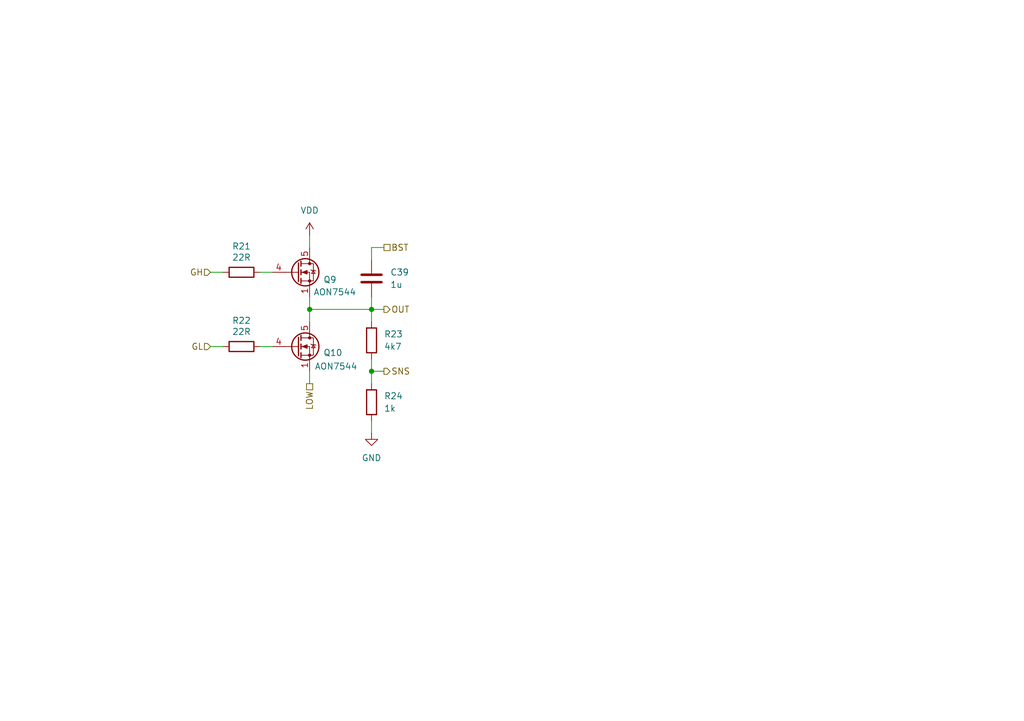
<source format=kicad_sch>
(kicad_sch (version 20231120) (generator "eeschema") (generator_version "8.0")
  (paper "A5")
  (lib_symbols
    (symbol "Device:C" (pin_numbers hide) (pin_names (offset 0.254))
      (property "Reference" "C" (at 0.635 2.54 0))
      (property "Value" "C" (at 0.635 -2.54 0))
      (symbol "C_0_1"
        (polyline (pts (xy -2.032 -0.762) (xy 2.032 -0.762)) (stroke (width 0.508)))
        (polyline (pts (xy -2.032 0.762) (xy 2.032 0.762)) (stroke (width 0.508)))
      )
      (symbol "C_1_1"
        (pin passive line (at 0 3.81 270) (length 2.794) (name "~") (number "1"))
        (pin passive line (at 0 -3.81 90) (length 2.794) (name "~") (number "2"))
      )
    )
    (symbol "Device:R" (pin_numbers hide) (pin_names (offset 0))
      (property "Reference" "R" (at 2.032 0 90))
      (property "Value" "R" (at 0 0 90))
      (symbol "R_0_1"
        (rectangle (start -1.016 -2.54) (end 1.016 2.54) (stroke (width 0.254)))
      )
      (symbol "R_1_1"
        (pin passive line (at 0 3.81 270) (length 1.27) (name "~") (number "1"))
        (pin passive line (at 0 -3.81 90) (length 1.27) (name "~") (number "2"))
      )
    )
    (symbol "User_Symbols:AON7544" (pin_names hide)
      (property "Reference" "Q" (at -4.572 4.064 0))
      (property "Value" "AON7544" (at -7.112 -4.064 0))
      (symbol "AON7544_0_1"
        (circle (center -0.889 0) (radius 2.794) (stroke (width 0.254)))
        (circle (center 0 -1.778) (radius 0.254) (fill (type outline)))
        (polyline (pts (xy -2.286 0) (xy -5.08 0)))
        (polyline (pts (xy -2.286 1.905) (xy -2.286 -1.905)) (stroke (width 0.254)))
        (polyline (pts (xy -1.778 -1.27) (xy -1.778 -2.286)) (stroke (width 0.254)))
        (polyline (pts (xy -1.778 0.508) (xy -1.778 -0.508)) (stroke (width 0.254)))
        (polyline (pts (xy -1.778 2.286) (xy -1.778 1.27)) (stroke (width 0.254)))
        (polyline (pts (xy 0 2.54) (xy 0 1.778)))
        (polyline (pts (xy 0 -2.54) (xy 0 0) (xy -1.778 0)))
        (polyline (pts (xy -1.778 -1.778) (xy 0.762 -1.778) (xy 0.762 1.778) (xy -1.778 1.778)))
        (polyline (pts (xy -1.524 0) (xy -0.508 0.381) (xy -0.508 -0.381) (xy -1.524 0)) (fill (type outline)))
        (polyline (pts (xy 0.254 0.508) (xy 0.381 0.381) (xy 1.143 0.381) (xy 1.27 0.254)))
        (polyline (pts (xy 0.762 0.381) (xy 0.381 -0.254) (xy 1.143 -0.254) (xy 0.762 0.381)))
        (circle (center 0 1.778) (radius 0.254) (fill (type outline)))
      )
      (symbol "AON7544_1_1"
        (pin passive line (at 0 -5.08 90) (length 2.54) (name "S") (number "1"))
        (pin passive line (at 0 -5.08 90) (length 2.54) hide (name "S") (number "2"))
        (pin passive line (at 0 -5.08 90) (length 2.54) hide (name "S") (number "3"))
        (pin input line (at -7.62 0 0) (length 2.54) (name "G") (number "4"))
        (pin passive line (at 0 5.08 270) (length 2.54) (name "D") (number "5"))
        (pin passive line (at 0 5.08 270) (length 2.54) hide (name "D") (number "6"))
        (pin passive line (at 0 5.08 270) (length 2.54) hide (name "D") (number "7"))
        (pin passive line (at 0 5.08 270) (length 2.54) hide (name "D") (number "8"))
      )
    )
    (symbol "power:GND" (power) (pin_numbers hide) (pin_names (offset 0) hide)
      (property "Value" "GND" (at 0 -3.81 0))
      (symbol "GND_0_1"
        (polyline (pts (xy 0 0) (xy 0 -1.27) (xy 1.27 -1.27) (xy 0 -2.54) (xy -1.27 -1.27) (xy 0 -1.27)))
      )
      (symbol "GND_1_1"
        (pin power_in line (at 0 0 270) (length 0) (name "~") (number "1"))
      )
    )
    (symbol "power:VDD" (power) (pin_numbers hide) (pin_names (offset 0) hide)
      (property "Value" "VDD" (at 0 3.556 0))
      (symbol "VDD_0_1"
        (polyline (pts (xy -0.762 1.27) (xy 0 2.54)))
        (polyline (pts (xy 0 0) (xy 0 2.54)))
        (polyline (pts (xy 0 2.54) (xy 0.762 1.27)))
      )
      (symbol "VDD_1_1"
        (pin power_in line (at 0 0 90) (length 0) (name "~") (number "1"))
      )
    )
  )
  (junction (at 63.5 63.5))
  (junction (at 76.2 63.5))
  (junction (at 76.2 76.2))
  (wire (pts (xy 76.2 63.5) (xy 78.74 63.5)))
  (wire (pts (xy 76.2 76.2) (xy 76.2 78.74)))
  (wire (pts (xy 63.5 76.2) (xy 63.5 78.74)))
  (wire (pts (xy 76.2 76.2) (xy 78.74 76.2)))
  (wire (pts (xy 53.34 71.12) (xy 55.88 71.12)))
  (wire (pts (xy 76.2 86.36) (xy 76.2 88.9)))
  (wire (pts (xy 63.5 48.26) (xy 63.5 50.8)))
  (wire (pts (xy 53.34 55.88) (xy 55.88 55.88)))
  (wire (pts (xy 43.18 71.12) (xy 45.72 71.12)))
  (wire (pts (xy 76.2 60.96) (xy 76.2 63.5)))
  (wire (pts (xy 76.2 73.66) (xy 76.2 76.2)))
  (wire (pts (xy 63.5 60.96) (xy 63.5 63.5)))
  (wire (pts (xy 63.5 63.5) (xy 63.5 66.04)))
  (wire (pts (xy 43.18 55.88) (xy 45.72 55.88)))
  (wire (pts (xy 63.5 63.5) (xy 76.2 63.5)))
  (wire (pts (xy 76.2 63.5) (xy 76.2 66.04)))
  (wire (pts (xy 76.2 50.8) (xy 76.2 53.34)))
  (wire (pts (xy 78.74 50.8) (xy 76.2 50.8)))
  (hierarchical_label "GL" (shape input) (at 43.18 71.12 180))
  (hierarchical_label "GH" (shape input) (at 43.18 55.88 180))
  (hierarchical_label "SNS" (shape output) (at 78.74 76.2 0))
  (hierarchical_label "LOW" (shape passive) (at 63.5 78.74 270))
  (hierarchical_label "OUT" (shape output) (at 78.74 63.5 0))
  (hierarchical_label "BST" (shape passive) (at 78.74 50.8 0))
  (symbol (lib_id "power:VDD") (at 63.5 48.26 0) (unit 1)
    (property "Reference" "#PWR057" (effects (hide yes)))
    (property "Value" "VDD" (at 63.5 43.18 0))
    (property "Description" "Power symbol creates a global label with name \"VDD\"" (effects (hide yes)))
    (instances (project "combat-control" (path "" (reference "#PWR057") (unit 1)) (path "" (reference "#PWR044") (unit 1)) (path "" (reference "#PWR059") (unit 1)) (path "" (reference "#PWR031") (unit 1)) (path "" (reference "#PWR042") (unit 1)) (path "" (reference "#PWR055") (unit 1))))
  )
  (symbol (lib_id "Device:C") (at 76.2 57.15 0) (unit 1)
    (property "Reference" "C31" (at 80.01 55.8799 0) (effects (justify left)))
    (property "Value" "1u" (at 80.01 58.4199 0) (effects (justify left)))
    (property "Footprint" "Capacitor_SMD:C_0402_1005Metric" (effects (hide yes)))
    (property "Description" "Unpolarized capacitor" (effects (hide yes)))
    (property "LCSC" "C52923" (effects (hide yes)))
    (instances (project "combat-control" (path "" (reference "C39") (unit 1)) (path "" (reference "C31") (unit 1)) (path "" (reference "C40") (unit 1)) (path "" (reference "C23") (unit 1)) (path "" (reference "C30") (unit 1)) (path "" (reference "C38") (unit 1))))
  )
  (symbol (lib_id "power:GND") (at 76.2 88.9 0) (unit 1)
    (property "Reference" "#PWR058" (effects (hide yes)))
    (property "Value" "GND" (at 76.2 93.98 0))
    (property "Description" "Power symbol creates a global label with name \"GND\" , ground" (effects (hide yes)))
    (instances (project "combat-control" (path "" (reference "#PWR058") (unit 1)) (path "" (reference "#PWR045") (unit 1)) (path "" (reference "#PWR060") (unit 1)) (path "" (reference "#PWR032") (unit 1)) (path "" (reference "#PWR043") (unit 1)) (path "" (reference "#PWR056") (unit 1))))
  )
  (symbol (lib_id "Device:R") (at 76.2 82.55 0) (unit 1)
    (property "Reference" "R24" (at 78.74 81.2799 0) (effects (justify left)))
    (property "Value" "1k" (at 78.74 83.8199 0) (effects (justify left)))
    (property "Footprint" "Resistor_SMD:R_0402_1005Metric" (effects (hide yes)))
    (property "Description" "Resistor" (effects (hide yes)))
    (property "LCSC" "C11702" (effects (hide yes)))
    (instances (project "combat-control" (path "" (reference "R24") (unit 1)) (path "" (reference "R14") (unit 1)) (path "" (reference "R28") (unit 1)) (path "" (reference "R4") (unit 1)) (path "" (reference "R10") (unit 1)) (path "" (reference "R20") (unit 1))))
  )
  (symbol (lib_id "Device:R") (at 49.53 71.12 90) (unit 1)
    (property "Reference" "R22" (at 49.53 65.786 90))
    (property "Value" "22R" (at 49.53 68.072 90))
    (property "Footprint" "Resistor_SMD:R_0402_1005Metric" (effects (hide yes)))
    (property "Description" "Resistor" (effects (hide yes)))
    (property "LCSC" "C25092" (effects (hide yes)))
    (instances (project "combat-control" (path "" (reference "R22") (unit 1)) (path "" (reference "R12") (unit 1)) (path "" (reference "R26") (unit 1)) (path "" (reference "R2") (unit 1)) (path "" (reference "R8") (unit 1)) (path "" (reference "R18") (unit 1))))
  )
  (symbol (lib_id "User_Symbols:AON7544") (at 63.5 71.12 0) (unit 1)
    (property "Reference" "Q10" (at 66.294 72.39 0) (effects (justify left)))
    (property "Value" "AON7544" (at 64.516 75.184 0) (effects (justify left)))
    (property "Footprint" "User_Footprints:DFN3x3A_8L_EP1_P" (effects (hide yes)))
    (property "Datasheet" "https://www.lcsc.com/datasheet/lcsc_datasheet_1912111437_Alpha---Omega-Semicon-AON7544_C315567.pdf" (effects (hide yes)))
    (property "Description" "N-Channel MOSFET" (effects (hide yes)))
    (property "LCSC" "C315567" (effects (hide yes)))
    (instances (project "combat-control" (path "" (reference "Q10") (unit 1)) (path "" (reference "Q6") (unit 1)) (path "" (reference "Q12") (unit 1)) (path "" (reference "Q2") (unit 1)) (path "" (reference "Q4") (unit 1)) (path "" (reference "Q8") (unit 1))))
  )
  (symbol (lib_id "Device:R") (at 76.2 69.85 0) (unit 1)
    (property "Reference" "R23" (at 78.74 68.5799 0) (effects (justify left)))
    (property "Value" "4k7" (at 78.74 71.1199 0) (effects (justify left)))
    (property "Footprint" "Resistor_SMD:R_0402_1005Metric" (effects (hide yes)))
    (property "Description" "Resistor" (effects (hide yes)))
    (property "LCSC" "C25900" (effects (hide yes)))
    (instances (project "combat-control" (path "" (reference "R23") (unit 1)) (path "" (reference "R13") (unit 1)) (path "" (reference "R27") (unit 1)) (path "" (reference "R3") (unit 1)) (path "" (reference "R9") (unit 1)) (path "" (reference "R19") (unit 1))))
  )
  (symbol (lib_id "User_Symbols:AON7544") (at 63.5 55.88 0) (unit 1)
    (property "Reference" "Q9" (at 66.294 57.404 0) (effects (justify left)))
    (property "Value" "AON7544" (at 64.262 59.944 0) (effects (justify left)))
    (property "Footprint" "User_Footprints:DFN3x3A_8L_EP1_P" (effects (hide yes)))
    (property "Datasheet" "https://www.lcsc.com/datasheet/lcsc_datasheet_1912111437_Alpha---Omega-Semicon-AON7544_C315567.pdf" (effects (hide yes)))
    (property "Description" "N-Channel MOSFET" (effects (hide yes)))
    (property "LCSC" "C315567" (effects (hide yes)))
    (instances (project "combat-control" (path "" (reference "Q9") (unit 1)) (path "" (reference "Q5") (unit 1)) (path "" (reference "Q11") (unit 1)) (path "" (reference "Q1") (unit 1)) (path "" (reference "Q3") (unit 1)) (path "" (reference "Q7") (unit 1))))
  )
  (symbol (lib_id "Device:R") (at 49.53 55.88 90) (unit 1)
    (property "Reference" "R21" (at 49.53 50.546 90))
    (property "Value" "22R" (at 49.53 52.832 90))
    (property "Footprint" "Resistor_SMD:R_0402_1005Metric" (effects (hide yes)))
    (property "Description" "Resistor" (effects (hide yes)))
    (property "LCSC" "C25092" (effects (hide yes)))
    (instances (project "combat-control" (path "" (reference "R21") (unit 1)) (path "" (reference "R11") (unit 1)) (path "" (reference "R25") (unit 1)) (path "" (reference "R1") (unit 1)) (path "" (reference "R7") (unit 1)) (path "" (reference "R17") (unit 1))))
  )
)
</source>
